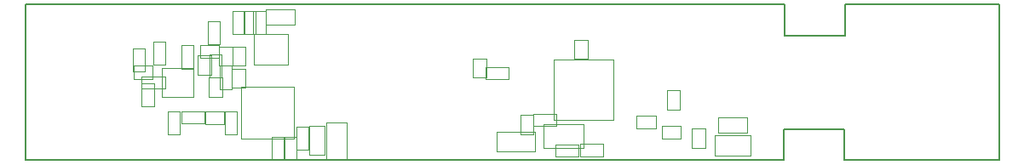
<source format=gbr>
G04 #@! TF.FileFunction,Other,User*
%FSLAX46Y46*%
G04 Gerber Fmt 4.6, Leading zero omitted, Abs format (unit mm)*
G04 Created by KiCad (PCBNEW 4.0.2+dfsg1-stable) date ven 28 dic 2018 11:34:51 CET*
%MOMM*%
G01*
G04 APERTURE LIST*
%ADD10C,0.100000*%
%ADD11C,0.200000*%
%ADD12C,0.050000*%
G04 APERTURE END LIST*
D10*
D11*
X173690280Y-115443000D02*
X98295460Y-115443000D01*
X195072000Y-115443000D02*
X179682660Y-115443000D01*
X179682660Y-112410240D02*
X179682660Y-115443000D01*
X173692820Y-112410240D02*
X179682660Y-112410240D01*
X173692820Y-112410240D02*
X173692820Y-115437920D01*
X173776640Y-99949000D02*
X98298000Y-99949000D01*
X195072000Y-99949000D02*
X179778660Y-99949000D01*
X179778660Y-99949000D02*
X179778660Y-103047800D01*
X173776640Y-103047800D02*
X179778660Y-103047800D01*
X173776640Y-99949000D02*
X173776640Y-103047800D01*
X98298000Y-115443000D02*
X98298000Y-99949000D01*
X195072000Y-99949000D02*
X195072000Y-115443000D01*
D12*
X109854580Y-107131560D02*
X112154580Y-107131560D01*
X109854580Y-108331560D02*
X112154580Y-108331560D01*
X109854580Y-107131560D02*
X109854580Y-108331560D01*
X112154580Y-107131560D02*
X112154580Y-108331560D01*
X113662500Y-110625240D02*
X113662500Y-112925240D01*
X112462500Y-110625240D02*
X112462500Y-112925240D01*
X113662500Y-110625240D02*
X112462500Y-110625240D01*
X113662500Y-112925240D02*
X112462500Y-112925240D01*
X125259640Y-113134360D02*
X125259640Y-115434360D01*
X124059640Y-113134360D02*
X124059640Y-115434360D01*
X125259640Y-113134360D02*
X124059640Y-113134360D01*
X125259640Y-115434360D02*
X124059640Y-115434360D01*
X125050440Y-101953760D02*
X122150440Y-101953760D01*
X125050440Y-100453760D02*
X122150440Y-100453760D01*
X125050440Y-101953760D02*
X125050440Y-100453760D01*
X122150440Y-101953760D02*
X122150440Y-100453760D01*
X123938640Y-113134360D02*
X123938640Y-115434360D01*
X122738640Y-113134360D02*
X122738640Y-115434360D01*
X123938640Y-113134360D02*
X122738640Y-113134360D01*
X123938640Y-115434360D02*
X122738640Y-115434360D01*
X119308400Y-110625240D02*
X119308400Y-112925240D01*
X118108400Y-110625240D02*
X118108400Y-112925240D01*
X119308400Y-110625240D02*
X118108400Y-110625240D01*
X119308400Y-112925240D02*
X118108400Y-112925240D01*
X118875680Y-102930340D02*
X118875680Y-100630340D01*
X120075680Y-102930340D02*
X120075680Y-100630340D01*
X118875680Y-102930340D02*
X120075680Y-102930340D01*
X118875680Y-100630340D02*
X120075680Y-100630340D01*
X119967680Y-102930340D02*
X119967680Y-100630340D01*
X121167680Y-102930340D02*
X121167680Y-100630340D01*
X119967680Y-102930340D02*
X121167680Y-102930340D01*
X119967680Y-100630340D02*
X121167680Y-100630340D01*
X118810560Y-106065940D02*
X118810560Y-108365940D01*
X117610560Y-106065940D02*
X117610560Y-108365940D01*
X118810560Y-106065940D02*
X117610560Y-106065940D01*
X118810560Y-108365940D02*
X117610560Y-108365940D01*
X116442160Y-103944980D02*
X116442160Y-101644980D01*
X117642160Y-103944980D02*
X117642160Y-101644980D01*
X116442160Y-103944980D02*
X117642160Y-103944980D01*
X116442160Y-101644980D02*
X117642160Y-101644980D01*
X117792020Y-104930560D02*
X117792020Y-107230560D01*
X116592020Y-104930560D02*
X116592020Y-107230560D01*
X117792020Y-104930560D02*
X116592020Y-104930560D01*
X117792020Y-107230560D02*
X116592020Y-107230560D01*
X120958680Y-102930340D02*
X120958680Y-100630340D01*
X122158680Y-102930340D02*
X122158680Y-100630340D01*
X120958680Y-102930340D02*
X122158680Y-102930340D01*
X120958680Y-100630340D02*
X122158680Y-100630340D01*
X130214880Y-111707520D02*
X130214880Y-115307520D01*
X128214880Y-111707520D02*
X128214880Y-115307520D01*
X130214880Y-111707520D02*
X128214880Y-111707520D01*
X130214880Y-115307520D02*
X128214880Y-115307520D01*
X126421440Y-112121300D02*
X126421440Y-114421300D01*
X125221440Y-112121300D02*
X125221440Y-114421300D01*
X126421440Y-112121300D02*
X125221440Y-112121300D01*
X126421440Y-114421300D02*
X125221440Y-114421300D01*
X113803100Y-110621520D02*
X116103100Y-110621520D01*
X113803100Y-111821520D02*
X116103100Y-111821520D01*
X113803100Y-110621520D02*
X113803100Y-111821520D01*
X116103100Y-110621520D02*
X116103100Y-111821520D01*
X110982200Y-105947860D02*
X110982200Y-103647860D01*
X112182200Y-105947860D02*
X112182200Y-103647860D01*
X110982200Y-105947860D02*
X112182200Y-105947860D01*
X110982200Y-103647860D02*
X112182200Y-103647860D01*
X115006680Y-104040200D02*
X115006680Y-106340200D01*
X113806680Y-104040200D02*
X113806680Y-106340200D01*
X115006680Y-104040200D02*
X113806680Y-104040200D01*
X115006680Y-106340200D02*
X113806680Y-106340200D01*
X166778000Y-112995000D02*
X170378000Y-112995000D01*
X166778000Y-114995000D02*
X170378000Y-114995000D01*
X166778000Y-112995000D02*
X166778000Y-114995000D01*
X170378000Y-112995000D02*
X170378000Y-114995000D01*
X111053400Y-107813460D02*
X111053400Y-110113460D01*
X109853400Y-107813460D02*
X109853400Y-110113460D01*
X111053400Y-107813460D02*
X109853400Y-107813460D01*
X111053400Y-110113460D02*
X109853400Y-110113460D01*
X155706220Y-115052600D02*
X153406220Y-115052600D01*
X155706220Y-113852600D02*
X153406220Y-113852600D01*
X155706220Y-115052600D02*
X155706220Y-113852600D01*
X153406220Y-115052600D02*
X153406220Y-113852600D01*
X108937500Y-106650080D02*
X108937500Y-104350080D01*
X110137500Y-106650080D02*
X110137500Y-104350080D01*
X108937500Y-106650080D02*
X110137500Y-106650080D01*
X108937500Y-104350080D02*
X110137500Y-104350080D01*
X153267220Y-115077600D02*
X150967220Y-115077600D01*
X153267220Y-113877600D02*
X150967220Y-113877600D01*
X153267220Y-115077600D02*
X153267220Y-113877600D01*
X150967220Y-115077600D02*
X150967220Y-113877600D01*
X148784000Y-110855000D02*
X151084000Y-110855000D01*
X148784000Y-112055000D02*
X151084000Y-112055000D01*
X148784000Y-110855000D02*
X148784000Y-112055000D01*
X151084000Y-110855000D02*
X151084000Y-112055000D01*
X144015260Y-106204860D02*
X146315260Y-106204860D01*
X144015260Y-107404860D02*
X146315260Y-107404860D01*
X144015260Y-106204860D02*
X144015260Y-107404860D01*
X146315260Y-106204860D02*
X146315260Y-107404860D01*
X148964000Y-112664000D02*
X148964000Y-114564000D01*
X148964000Y-114564000D02*
X145164000Y-114564000D01*
X145164000Y-114564000D02*
X145164000Y-112664000D01*
X145164000Y-112664000D02*
X148964000Y-112664000D01*
X116752360Y-105024300D02*
X116752360Y-106924300D01*
X115452360Y-105024300D02*
X115452360Y-106924300D01*
X116752360Y-105024300D02*
X115452360Y-105024300D01*
X116752360Y-106924300D02*
X115452360Y-106924300D01*
X120994900Y-102918360D02*
X120994900Y-105918360D01*
X120994900Y-105918360D02*
X124394900Y-105918360D01*
X124394900Y-105918360D02*
X124394900Y-102918360D01*
X124394900Y-102918360D02*
X120994900Y-102918360D01*
X149763000Y-111905000D02*
X153763000Y-111905000D01*
X149763000Y-114205000D02*
X153763000Y-114205000D01*
X149763000Y-111905000D02*
X149763000Y-114205000D01*
X153763000Y-111905000D02*
X153763000Y-114205000D01*
X117842020Y-107254420D02*
X117842020Y-109154420D01*
X116542020Y-107254420D02*
X116542020Y-109154420D01*
X117842020Y-107254420D02*
X116542020Y-107254420D01*
X117842020Y-109154420D02*
X116542020Y-109154420D01*
X163361000Y-108506000D02*
X163361000Y-110406000D01*
X162061000Y-108506000D02*
X162061000Y-110406000D01*
X163361000Y-108506000D02*
X162061000Y-108506000D01*
X163361000Y-110406000D02*
X162061000Y-110406000D01*
X161557000Y-112050000D02*
X163457000Y-112050000D01*
X161557000Y-113350000D02*
X163457000Y-113350000D01*
X161557000Y-112050000D02*
X161557000Y-113350000D01*
X163457000Y-112050000D02*
X163457000Y-113350000D01*
X164550000Y-114227000D02*
X164550000Y-112327000D01*
X165850000Y-114227000D02*
X165850000Y-112327000D01*
X164550000Y-114227000D02*
X165850000Y-114227000D01*
X164550000Y-112327000D02*
X165850000Y-112327000D01*
X144079260Y-105320860D02*
X144079260Y-107220860D01*
X142779260Y-105320860D02*
X142779260Y-107220860D01*
X144079260Y-105320860D02*
X142779260Y-105320860D01*
X144079260Y-107220860D02*
X142779260Y-107220860D01*
X148781000Y-110962000D02*
X148781000Y-112862000D01*
X147481000Y-110962000D02*
X147481000Y-112862000D01*
X148781000Y-110962000D02*
X147481000Y-110962000D01*
X148781000Y-112862000D02*
X147481000Y-112862000D01*
X120143260Y-104142500D02*
X120143260Y-106042500D01*
X118843260Y-104142500D02*
X118843260Y-106042500D01*
X120143260Y-104142500D02*
X118843260Y-104142500D01*
X120143260Y-106042500D02*
X118843260Y-106042500D01*
X152866000Y-105377000D02*
X152866000Y-103477000D01*
X154166000Y-105377000D02*
X154166000Y-103477000D01*
X152866000Y-105377000D02*
X154166000Y-105377000D01*
X152866000Y-103477000D02*
X154166000Y-103477000D01*
X160942060Y-112303320D02*
X159042060Y-112303320D01*
X160942060Y-111003320D02*
X159042060Y-111003320D01*
X160942060Y-112303320D02*
X160942060Y-111003320D01*
X159042060Y-112303320D02*
X159042060Y-111003320D01*
X116148460Y-110574060D02*
X118048460Y-110574060D01*
X116148460Y-111874060D02*
X118048460Y-111874060D01*
X116148460Y-110574060D02*
X116148460Y-111874060D01*
X118048460Y-110574060D02*
X118048460Y-111874060D01*
X111828780Y-106321400D02*
X111828780Y-109121400D01*
X115028780Y-109121400D02*
X115028780Y-106321400D01*
X115028780Y-109121400D02*
X111828780Y-109121400D01*
X115028780Y-106321400D02*
X111828780Y-106321400D01*
X115627760Y-103990380D02*
X117527760Y-103990380D01*
X115627760Y-105290380D02*
X117527760Y-105290380D01*
X115627760Y-103990380D02*
X115627760Y-105290380D01*
X117527760Y-103990380D02*
X117527760Y-105290380D01*
X118858020Y-104132760D02*
X118858020Y-106032760D01*
X117558020Y-104132760D02*
X117558020Y-106032760D01*
X118858020Y-104132760D02*
X117558020Y-104132760D01*
X118858020Y-106032760D02*
X117558020Y-106032760D01*
X118838180Y-108265000D02*
X118838180Y-106365000D01*
X120138180Y-108265000D02*
X120138180Y-106365000D01*
X118838180Y-108265000D02*
X120138180Y-108265000D01*
X118838180Y-106365000D02*
X120138180Y-106365000D01*
X109044700Y-106055400D02*
X110944700Y-106055400D01*
X109044700Y-107355400D02*
X110944700Y-107355400D01*
X109044700Y-106055400D02*
X109044700Y-107355400D01*
X110944700Y-106055400D02*
X110944700Y-107355400D01*
X167128000Y-111213000D02*
X170028000Y-111213000D01*
X167128000Y-112713000D02*
X170028000Y-112713000D01*
X167128000Y-111213000D02*
X167128000Y-112713000D01*
X170028000Y-111213000D02*
X170028000Y-112713000D01*
X128001460Y-112049900D02*
X128001460Y-114949900D01*
X126501460Y-112049900D02*
X126501460Y-114949900D01*
X128001460Y-112049900D02*
X126501460Y-112049900D01*
X128001460Y-114949900D02*
X126501460Y-114949900D01*
X119746880Y-108121300D02*
X119746880Y-113321300D01*
X124946880Y-108121300D02*
X124946880Y-113321300D01*
X119746880Y-108121300D02*
X124946880Y-108121300D01*
X119746880Y-113321300D02*
X124946880Y-113321300D01*
X156770000Y-111407000D02*
X156770000Y-105407000D01*
X150770000Y-111407000D02*
X150770000Y-105407000D01*
X156770000Y-111407000D02*
X150770000Y-111407000D01*
X156770000Y-105407000D02*
X150770000Y-105407000D01*
M02*

</source>
